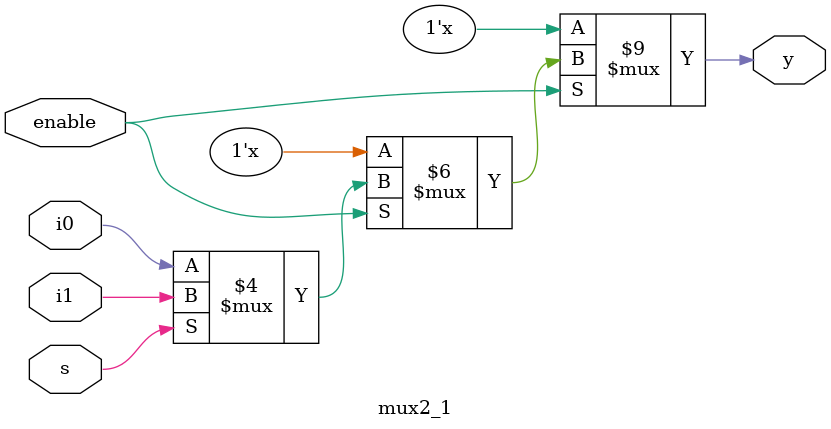
<source format=v>
module mux2_1(
enable,i1,i0,s,y
    );
    input enable;
    input i1;
    input i0;
    input s;
    output reg y;
    
 always@(*)
 begin
    if(enable) 
    begin
    if(s) y=i1;
    else y=i0;
    end
 end   
    
 endmodule

</source>
